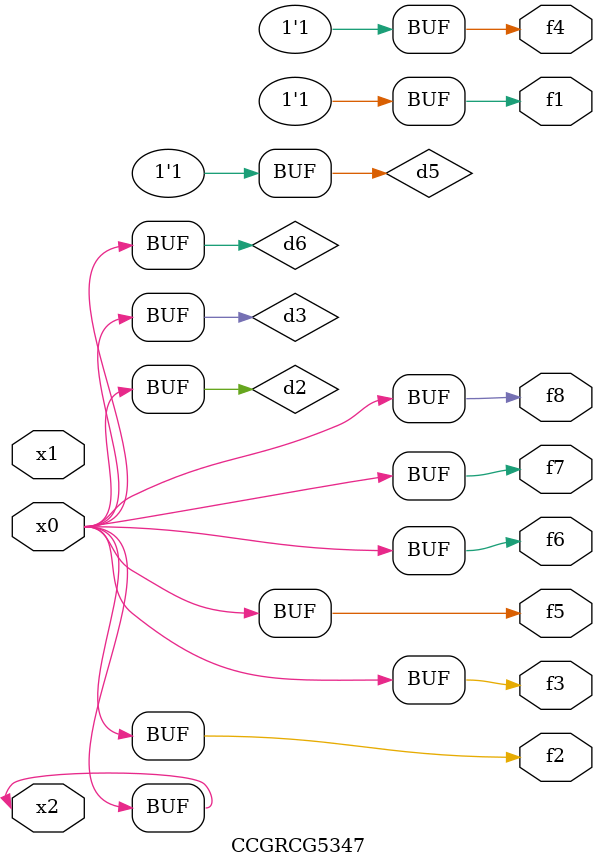
<source format=v>
module CCGRCG5347(
	input x0, x1, x2,
	output f1, f2, f3, f4, f5, f6, f7, f8
);

	wire d1, d2, d3, d4, d5, d6;

	xnor (d1, x2);
	buf (d2, x0, x2);
	and (d3, x0);
	xnor (d4, x1, x2);
	nand (d5, d1, d3);
	buf (d6, d2, d3);
	assign f1 = d5;
	assign f2 = d6;
	assign f3 = d6;
	assign f4 = d5;
	assign f5 = d6;
	assign f6 = d6;
	assign f7 = d6;
	assign f8 = d6;
endmodule

</source>
